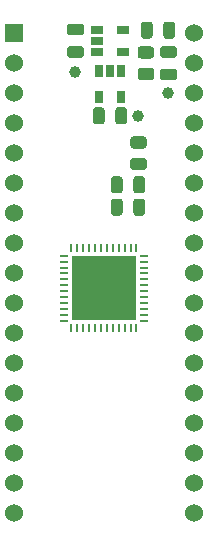
<source format=gbs>
%TF.GenerationSoftware,KiCad,Pcbnew,5.1.8*%
%TF.CreationDate,2020-11-13T01:17:43+03:00*%
%TF.ProjectId,leech,6c656563-682e-46b6-9963-61645f706362,rev?*%
%TF.SameCoordinates,Original*%
%TF.FileFunction,Soldermask,Bot*%
%TF.FilePolarity,Negative*%
%FSLAX46Y46*%
G04 Gerber Fmt 4.6, Leading zero omitted, Abs format (unit mm)*
G04 Created by KiCad (PCBNEW 5.1.8) date 2020-11-13 01:17:43*
%MOMM*%
%LPD*%
G01*
G04 APERTURE LIST*
%ADD10R,5.400000X5.400000*%
%ADD11R,0.800000X0.800000*%
%ADD12R,0.250000X0.700000*%
%ADD13R,0.700000X0.250000*%
%ADD14C,1.524000*%
%ADD15R,1.524000X1.524000*%
%ADD16R,0.650000X1.060000*%
%ADD17R,1.060000X0.650000*%
%ADD18C,1.000000*%
G04 APERTURE END LIST*
D10*
%TO.C,U1*%
X33020000Y-46990000D03*
D11*
X35120000Y-44890000D03*
X35120000Y-46290000D03*
X35120000Y-47690000D03*
X35120000Y-49090000D03*
X33720000Y-44890000D03*
X33720000Y-46290000D03*
X33720000Y-47690000D03*
X33720000Y-49090000D03*
X32320000Y-44890000D03*
X32320000Y-46290000D03*
X32320000Y-47690000D03*
X32320000Y-49090000D03*
X30920000Y-44890000D03*
X30920000Y-46290000D03*
X30920000Y-47690000D03*
X30920000Y-49090000D03*
D12*
X30270000Y-50390000D03*
X30770000Y-50390000D03*
X31270000Y-50390000D03*
X31770000Y-50390000D03*
X32270000Y-50390000D03*
X32770000Y-50390000D03*
X33270000Y-50390000D03*
X33770000Y-50390000D03*
X34270000Y-50390000D03*
X34770000Y-50390000D03*
X35270000Y-50390000D03*
X35770000Y-50390000D03*
D13*
X36420000Y-49740000D03*
X36420000Y-49240000D03*
X36420000Y-48740000D03*
X36420000Y-48240000D03*
X36420000Y-47740000D03*
X36420000Y-47240000D03*
X36420000Y-46740000D03*
X36420000Y-46240000D03*
X36420000Y-45740000D03*
X36420000Y-45240000D03*
X36420000Y-44740000D03*
X36420000Y-44240000D03*
D12*
X35770000Y-43590000D03*
X35270000Y-43590000D03*
X34770000Y-43590000D03*
X34270000Y-43590000D03*
X33770000Y-43590000D03*
X33270000Y-43590000D03*
X32770000Y-43590000D03*
X32270000Y-43590000D03*
X31770000Y-43590000D03*
X31270000Y-43590000D03*
X30770000Y-43590000D03*
X30270000Y-43590000D03*
D13*
X29620000Y-44240000D03*
X29620000Y-44740000D03*
X29620000Y-45240000D03*
X29620000Y-45740000D03*
X29620000Y-46240000D03*
X29620000Y-46740000D03*
X29620000Y-47240000D03*
X29620000Y-47740000D03*
X29620000Y-48240000D03*
X29620000Y-48740000D03*
X29620000Y-49240000D03*
X29620000Y-49740000D03*
%TD*%
D14*
%TO.C,CN1*%
X40640000Y-25400000D03*
X40640000Y-27940000D03*
X40640000Y-30480000D03*
X40640000Y-33020000D03*
X40640000Y-35560000D03*
X40640000Y-38100000D03*
X40640000Y-40640000D03*
X40640000Y-43180000D03*
X40640000Y-45720000D03*
X40640000Y-48260000D03*
X40640000Y-50800000D03*
X40640000Y-53340000D03*
X40640000Y-55880000D03*
X40640000Y-58420000D03*
X40640000Y-60960000D03*
X40640000Y-63500000D03*
X40640000Y-66040000D03*
X25400000Y-66040000D03*
X25400000Y-63500000D03*
X25400000Y-60960000D03*
X25400000Y-58420000D03*
X25400000Y-55880000D03*
X25400000Y-53340000D03*
X25400000Y-50800000D03*
X25400000Y-48260000D03*
X25400000Y-45720000D03*
X25400000Y-43180000D03*
X25400000Y-40640000D03*
X25400000Y-38100000D03*
X25400000Y-35560000D03*
X25400000Y-33020000D03*
X25400000Y-30480000D03*
X25400000Y-27940000D03*
D15*
X25400000Y-25400000D03*
%TD*%
%TO.C,R2*%
G36*
G01*
X36391002Y-35160000D02*
X35490998Y-35160000D01*
G75*
G02*
X35241000Y-34910002I0J249998D01*
G01*
X35241000Y-34384998D01*
G75*
G02*
X35490998Y-34135000I249998J0D01*
G01*
X36391002Y-34135000D01*
G75*
G02*
X36641000Y-34384998I0J-249998D01*
G01*
X36641000Y-34910002D01*
G75*
G02*
X36391002Y-35160000I-249998J0D01*
G01*
G37*
G36*
G01*
X36391002Y-36985000D02*
X35490998Y-36985000D01*
G75*
G02*
X35241000Y-36735002I0J249998D01*
G01*
X35241000Y-36209998D01*
G75*
G02*
X35490998Y-35960000I249998J0D01*
G01*
X36391002Y-35960000D01*
G75*
G02*
X36641000Y-36209998I0J-249998D01*
G01*
X36641000Y-36735002D01*
G75*
G02*
X36391002Y-36985000I-249998J0D01*
G01*
G37*
%TD*%
%TO.C,R1*%
G36*
G01*
X37026002Y-27540000D02*
X36125998Y-27540000D01*
G75*
G02*
X35876000Y-27290002I0J249998D01*
G01*
X35876000Y-26764998D01*
G75*
G02*
X36125998Y-26515000I249998J0D01*
G01*
X37026002Y-26515000D01*
G75*
G02*
X37276000Y-26764998I0J-249998D01*
G01*
X37276000Y-27290002D01*
G75*
G02*
X37026002Y-27540000I-249998J0D01*
G01*
G37*
G36*
G01*
X37026002Y-29365000D02*
X36125998Y-29365000D01*
G75*
G02*
X35876000Y-29115002I0J249998D01*
G01*
X35876000Y-28589998D01*
G75*
G02*
X36125998Y-28340000I249998J0D01*
G01*
X37026002Y-28340000D01*
G75*
G02*
X37276000Y-28589998I0J-249998D01*
G01*
X37276000Y-29115002D01*
G75*
G02*
X37026002Y-29365000I-249998J0D01*
G01*
G37*
%TD*%
%TO.C,C6*%
G36*
G01*
X34602000Y-39657000D02*
X34602000Y-40607000D01*
G75*
G02*
X34352000Y-40857000I-250000J0D01*
G01*
X33852000Y-40857000D01*
G75*
G02*
X33602000Y-40607000I0J250000D01*
G01*
X33602000Y-39657000D01*
G75*
G02*
X33852000Y-39407000I250000J0D01*
G01*
X34352000Y-39407000D01*
G75*
G02*
X34602000Y-39657000I0J-250000D01*
G01*
G37*
G36*
G01*
X36502000Y-39657000D02*
X36502000Y-40607000D01*
G75*
G02*
X36252000Y-40857000I-250000J0D01*
G01*
X35752000Y-40857000D01*
G75*
G02*
X35502000Y-40607000I0J250000D01*
G01*
X35502000Y-39657000D01*
G75*
G02*
X35752000Y-39407000I250000J0D01*
G01*
X36252000Y-39407000D01*
G75*
G02*
X36502000Y-39657000I0J-250000D01*
G01*
G37*
%TD*%
%TO.C,C5*%
G36*
G01*
X34602000Y-37752000D02*
X34602000Y-38702000D01*
G75*
G02*
X34352000Y-38952000I-250000J0D01*
G01*
X33852000Y-38952000D01*
G75*
G02*
X33602000Y-38702000I0J250000D01*
G01*
X33602000Y-37752000D01*
G75*
G02*
X33852000Y-37502000I250000J0D01*
G01*
X34352000Y-37502000D01*
G75*
G02*
X34602000Y-37752000I0J-250000D01*
G01*
G37*
G36*
G01*
X36502000Y-37752000D02*
X36502000Y-38702000D01*
G75*
G02*
X36252000Y-38952000I-250000J0D01*
G01*
X35752000Y-38952000D01*
G75*
G02*
X35502000Y-38702000I0J250000D01*
G01*
X35502000Y-37752000D01*
G75*
G02*
X35752000Y-37502000I250000J0D01*
G01*
X36252000Y-37502000D01*
G75*
G02*
X36502000Y-37752000I0J-250000D01*
G01*
G37*
%TD*%
%TO.C,C4*%
G36*
G01*
X31082000Y-25585000D02*
X30132000Y-25585000D01*
G75*
G02*
X29882000Y-25335000I0J250000D01*
G01*
X29882000Y-24835000D01*
G75*
G02*
X30132000Y-24585000I250000J0D01*
G01*
X31082000Y-24585000D01*
G75*
G02*
X31332000Y-24835000I0J-250000D01*
G01*
X31332000Y-25335000D01*
G75*
G02*
X31082000Y-25585000I-250000J0D01*
G01*
G37*
G36*
G01*
X31082000Y-27485000D02*
X30132000Y-27485000D01*
G75*
G02*
X29882000Y-27235000I0J250000D01*
G01*
X29882000Y-26735000D01*
G75*
G02*
X30132000Y-26485000I250000J0D01*
G01*
X31082000Y-26485000D01*
G75*
G02*
X31332000Y-26735000I0J-250000D01*
G01*
X31332000Y-27235000D01*
G75*
G02*
X31082000Y-27485000I-250000J0D01*
G01*
G37*
%TD*%
%TO.C,C3*%
G36*
G01*
X33078000Y-31910000D02*
X33078000Y-32860000D01*
G75*
G02*
X32828000Y-33110000I-250000J0D01*
G01*
X32328000Y-33110000D01*
G75*
G02*
X32078000Y-32860000I0J250000D01*
G01*
X32078000Y-31910000D01*
G75*
G02*
X32328000Y-31660000I250000J0D01*
G01*
X32828000Y-31660000D01*
G75*
G02*
X33078000Y-31910000I0J-250000D01*
G01*
G37*
G36*
G01*
X34978000Y-31910000D02*
X34978000Y-32860000D01*
G75*
G02*
X34728000Y-33110000I-250000J0D01*
G01*
X34228000Y-33110000D01*
G75*
G02*
X33978000Y-32860000I0J250000D01*
G01*
X33978000Y-31910000D01*
G75*
G02*
X34228000Y-31660000I250000J0D01*
G01*
X34728000Y-31660000D01*
G75*
G02*
X34978000Y-31910000I0J-250000D01*
G01*
G37*
%TD*%
%TO.C,C2*%
G36*
G01*
X38956000Y-27490000D02*
X38006000Y-27490000D01*
G75*
G02*
X37756000Y-27240000I0J250000D01*
G01*
X37756000Y-26740000D01*
G75*
G02*
X38006000Y-26490000I250000J0D01*
G01*
X38956000Y-26490000D01*
G75*
G02*
X39206000Y-26740000I0J-250000D01*
G01*
X39206000Y-27240000D01*
G75*
G02*
X38956000Y-27490000I-250000J0D01*
G01*
G37*
G36*
G01*
X38956000Y-29390000D02*
X38006000Y-29390000D01*
G75*
G02*
X37756000Y-29140000I0J250000D01*
G01*
X37756000Y-28640000D01*
G75*
G02*
X38006000Y-28390000I250000J0D01*
G01*
X38956000Y-28390000D01*
G75*
G02*
X39206000Y-28640000I0J-250000D01*
G01*
X39206000Y-29140000D01*
G75*
G02*
X38956000Y-29390000I-250000J0D01*
G01*
G37*
%TD*%
%TO.C,C1*%
G36*
G01*
X37142000Y-24671000D02*
X37142000Y-25621000D01*
G75*
G02*
X36892000Y-25871000I-250000J0D01*
G01*
X36392000Y-25871000D01*
G75*
G02*
X36142000Y-25621000I0J250000D01*
G01*
X36142000Y-24671000D01*
G75*
G02*
X36392000Y-24421000I250000J0D01*
G01*
X36892000Y-24421000D01*
G75*
G02*
X37142000Y-24671000I0J-250000D01*
G01*
G37*
G36*
G01*
X39042000Y-24671000D02*
X39042000Y-25621000D01*
G75*
G02*
X38792000Y-25871000I-250000J0D01*
G01*
X38292000Y-25871000D01*
G75*
G02*
X38042000Y-25621000I0J250000D01*
G01*
X38042000Y-24671000D01*
G75*
G02*
X38292000Y-24421000I250000J0D01*
G01*
X38792000Y-24421000D01*
G75*
G02*
X39042000Y-24671000I0J-250000D01*
G01*
G37*
%TD*%
D16*
%TO.C,U3*%
X32578000Y-30818000D03*
X34478000Y-30818000D03*
X34478000Y-28618000D03*
X33528000Y-28618000D03*
X32578000Y-28618000D03*
%TD*%
D17*
%TO.C,U2*%
X34628000Y-26985000D03*
X34628000Y-25085000D03*
X32428000Y-25085000D03*
X32428000Y-26035000D03*
X32428000Y-26985000D03*
%TD*%
D18*
%TO.C,TP3*%
X35941000Y-32385000D03*
%TD*%
%TO.C,TP2*%
X30607000Y-28702000D03*
%TD*%
%TO.C,TP1*%
X38481000Y-30480000D03*
%TD*%
M02*

</source>
